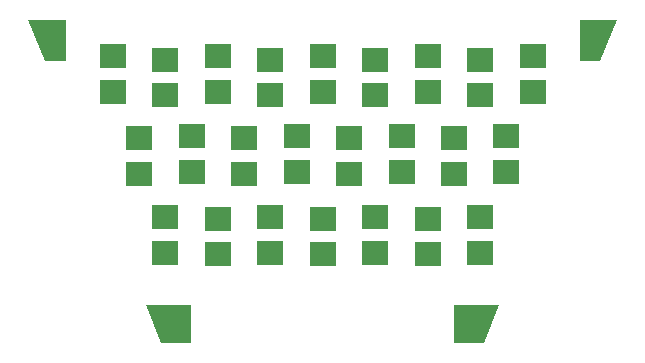
<source format=gts>
G04 DipTrace 2.3.1.0*
%INLED_Matrix.GTS*%
%MOMM*%
%ADD18R,2.2X2.0*%
%FSLAX53Y53*%
G04*
G71*
G90*
G75*
G01*
%LNTopMask*%
%LPD*%
D18*
X7220Y24225D3*
Y21225D3*
X11665Y20925D3*
Y23925D3*
X16110Y24225D3*
Y21225D3*
X20555Y20925D3*
Y23925D3*
X25000Y24225D3*
Y21225D3*
X29445Y20925D3*
Y23925D3*
X33890Y24225D3*
Y21225D3*
X38335Y20925D3*
Y23925D3*
X13888Y17462D3*
Y14462D3*
X18332Y14288D3*
Y17288D3*
X22778Y17462D3*
Y14462D3*
X27222Y14288D3*
Y17288D3*
X31668Y17462D3*
Y14462D3*
X36113Y14288D3*
Y17288D3*
X40557Y17462D3*
Y14462D3*
X42780Y21225D3*
Y24225D3*
X9443Y14288D3*
Y17288D3*
X11665Y7620D3*
Y10620D3*
X16110Y10477D3*
Y7477D3*
X20555Y7620D3*
Y10620D3*
X25000Y10477D3*
Y7477D3*
X29445Y7620D3*
Y10620D3*
X33890Y10477D3*
Y7477D3*
X38335Y7620D3*
Y10620D3*
G36*
X11346Y0D2*
X10076Y3175D1*
X13886D1*
Y0D1*
X11346D1*
G37*
G36*
X1505Y23812D2*
X3251D1*
Y27305D1*
X76D1*
D1*
X1505Y23812D1*
G37*
G36*
X48495D2*
X46749D1*
Y27305D1*
X49924D1*
D1*
X48495Y23812D1*
G37*
G36*
X38654Y0D2*
X39924Y3175D1*
X36114D1*
Y0D1*
X38654D1*
G37*
M02*

</source>
